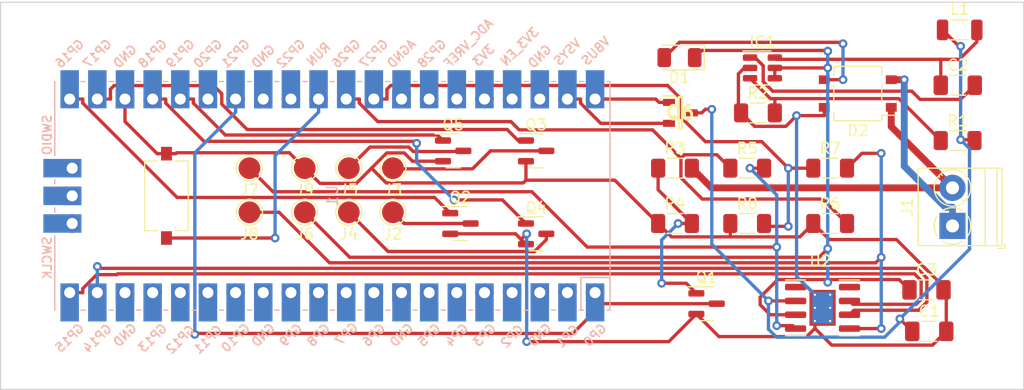
<source format=kicad_pcb>
(kicad_pcb (version 20221018) (generator pcbnew)
  (layers (0 "F.Cu" signal) (31 "B.Cu" signal) (34 "B.Paste" user) (35 "F.Paste" user) (36 "B.SilkS" user "B.Silkscreen") (37 "F.SilkS" user "F.Silkscreen") (38 "B.Mask" user) (39 "F.Mask" user) (44 "Edge.Cuts" user))
  (net 0 "")
  (net 1 "+3V3")
  (net 2 "GND")
  (net 3 "+V")
  (net 4 "Net-(J3-Pin_1)")
  (net 5 "Net-(J4-Pin_1)")
  (net 6 "Net-(J5-Pin_1)")
  (net 7 "Net-(IC1-SW)")
  (net 8 "/MOTOR_OUT_A")
  (net 9 "/MOTOR_OUT_B")
  (net 10 "Net-(Q1-G)")
  (net 11 "/GPIO21")
  (net 12 "/GPIO16")
  (net 13 "/GPIO17")
  (net 14 "/GPIO18")
  (net 15 "/GPIO19")
  (net 16 "/ADC_EMF_A")
  (net 17 "/ADC_EMF_B")
  (net 18 "Net-(IC1-BST)")
  (net 19 "/GPIO14")
  (net 20 "/GPIO15")
  (net 22 "Net-(D1-A)")
  (net 23 "Net-(IC1-FB)")
  (net 24 "Net-(J2-Pin_1)")
  (net 25 "Net-(U1-RUN)")
  (net 50 "/VSYS")
  (net 56 "unconnected-(Q6-Pad1)")
  (net 58 "Net-(J1-Pin_2)")
  (net 59 "Net-(J1-Pin_1)")
  (footprint "Resistor_SMD:R_1206_3216Metric_Pad1.30x1.75mm_HandSolder" (layer "F.Cu") (at 168.63 58.42)
    (fp_text reference "R2")
    (fp_text value "22k1")
  )
  (footprint "Capacitor_SMD:C_1206_3216Metric_Pad1.33x1.80mm_HandSolder" (layer "F.Cu") (at 184.3655 78.486)
    (fp_text reference "C1")
    (fp_text value "10u")
  )
  (footprint "Diode_SMD:D_1206_3216Metric" (layer "F.Cu") (at 161.42 53.34 180)
    (fp_text reference "D1")
    (fp_text value "CUHS20F30")
  )
  (footprint "Resistor_SMD:R_1206_3216Metric_Pad1.30x1.75mm_HandSolder" (layer "F.Cu") (at 161.01 68.58)
    (fp_text reference "R4")
    (fp_text value "6k8")
  )
  (footprint "Package_TO_SOT_SMD:SOT-23" (layer "F.Cu") (at 140.6375 61.91)
    (fp_text reference "Q5")
    (fp_text value "T2N7002BK")
  )
  (footprint "Package_TO_SOT_SMD:SOT-23" (layer "F.Cu") (at 163.9085 75.946)
    (fp_text reference "Q1")
    (fp_text value "T2N7002BK")
  )
  (footprint "TestPoint:TestPoint_Pad_D2.0mm" (layer "F.Cu") (at 121.92 63.5 180)
    (fp_text reference "J7")
    (fp_text value "M_OUT_B")
  )
  (footprint "Capacitor_SMD:C_1206_3216Metric_Pad1.33x1.80mm_HandSolder" (layer "F.Cu") (at 186.9825 55.88)
    (fp_text reference "C2")
    (fp_text value "100n")
  )
  (footprint "Package_TO_SOT_SMD:TSOT-23-6" (layer "F.Cu") (at 169.0425 54.29)
    (fp_text reference "IC1")
    (fp_text value "AP64060QWU-7")
  )
  (footprint "TestPoint:TestPoint_Pad_D2.0mm" (layer "F.Cu") (at 127 63.5 180)
    (fp_text reference "J9")
    (fp_text value "GND")
  )
  (footprint "Package_TO_SOT_SMD:SOT-23" (layer "F.Cu") (at 148.2575 69.53)
    (fp_text reference "Q4")
    (fp_text value "T2N7002BK")
  )
  (footprint "Resistor_SMD:R_1206_3216Metric_Pad1.30x1.75mm_HandSolder" (layer "F.Cu") (at 175.26 63.5)
    (fp_text reference "R7")
    (fp_text value "6k8")
  )
  (footprint "Resistor_SMD:R_1206_3216Metric_Pad1.30x1.75mm_HandSolder" (layer "F.Cu") (at 167.64 63.5)
    (fp_text reference "R5")
    (fp_text value "6k8")
  )
  (footprint "RP2040-Decoder_Additional_Footprints:SOIC-8-1EP_3.9x4.9mm_P1.27mm_EP2.41x3.3mm_ThermalVias" (layer "F.Cu") (at 174.563 76.327)
    (fp_text reference "U2")
    (fp_text value "BDR6133")
  )
  (footprint "TerminalBlock_Phoenix:TerminalBlock_Phoenix_PT-1,5-2-3.5-H_1x02_P3.50mm_Horizontal" (layer "F.Cu") (at 186.498 68.806 90)
    (fp_text reference "J1")
    (fp_text value "DCC")
  )
  (footprint "TestPoint:TestPoint_Pad_D2.0mm" (layer "F.Cu") (at 131.05 63.5 180)
    (fp_text reference "J5")
    (fp_text value "3")
  )
  (footprint "Resistor_SMD:R_1206_3216Metric_Pad1.30x1.75mm_HandSolder" (layer "F.Cu") (at 175.26 68.58)
    (fp_text reference "R6")
    (fp_text value "1k")
  )
  (footprint "Resistor_SMD:R_1206_3216Metric_Pad1.30x1.75mm_HandSolder" (layer "F.Cu") (at 167.64 68.58)
    (fp_text reference "R8")
    (fp_text value "1k")
  )
  (footprint "Resistor_SMD:R_1206_3216Metric_Pad1.30x1.75mm_HandSolder" (layer "F.Cu") (at 161.01 63.5)
    (fp_text reference "R3")
    (fp_text value "6k8")
  )
  (footprint "Capacitor_SMD:C_1206_3216Metric_Pad1.33x1.80mm_HandSolder" (layer "F.Cu") (at 184.1115 74.676)
    (fp_text reference "C3")
    (fp_text value "2.2uF/25V")
  )
  (footprint "TestPoint:TestPoint_Pad_D2.0mm" (layer "F.Cu") (at 127 67.55 180)
    (fp_text reference "J6")
    (fp_text value "+V")
  )
  (footprint "TestPoint:TestPoint_Pad_D2.0mm" (layer "F.Cu") (at 121.92 67.55 180)
    (fp_text reference "J8")
    (fp_text value "M_OUT_A")
  )
  (footprint "Package_TO_SOT_SMD:SOT-23" (layer "F.Cu") (at 141.3025 68.58)
    (fp_text reference "Q2")
    (fp_text value "T2N7002BK")
  )
  (footprint "TestPoint:TestPoint_Pad_D2.0mm" (layer "F.Cu") (at 135.1 63.5 180)
    (fp_text reference "J3")
    (fp_text value "1")
  )
  (footprint "Package_TO_SOT_SMD:TO-269AA" (layer "F.Cu") (at 177.8 56.642 180)
    (fp_text reference "D2")
    (fp_text value "KMB24F")
  )
  (footprint "Inductor_SMD:L_1206_3216Metric" (layer "F.Cu") (at 187.16 50.8)
    (fp_text reference "L1")
    (fp_text value "10uH")
  )
  (footprint "Button_Switch_SMD:SW_Tactile_SPST_NO_Straight_CK_PTS636Sx25SMTRLFS" (layer "F.Cu") (at 114.3 66.04 90)
    (fp_text reference "SW1" hide)
    (fp_text value "SW_Push" hide)
  )
  (footprint "TestPoint:TestPoint_Pad_D2.0mm" (layer "F.Cu") (at 131.05 67.55 180)
    (fp_text reference "J4")
    (fp_text value "2")
  )
  (footprint "Package_TO_SOT_SMD:SOT-23" (layer "F.Cu") (at 148.2575 61.91)
    (fp_text reference "Q3")
    (fp_text value "T2N7002BK")
  )
  (footprint "Resistor_SMD:R_1206_3216Metric_Pad1.30x1.75mm_HandSolder" (layer "F.Cu") (at 186.97 60.96)
    (fp_text reference "R1")
    (fp_text value "69k8")
  )
  (footprint "DMG2305UX-7:SOT96P240X110-3N" (layer "F.Cu") (at 161.51 58.42)
    (fp_text reference "Q6")
    (fp_text value "DMG2305UX-7" hide)
  )
  (footprint "TestPoint:TestPoint_Pad_D2.0mm" (layer "F.Cu") (at 135.1 67.55 180)
    (fp_text reference "J2")
    (fp_text value "0")
  )
  (footprint "MCU_RaspberryPi_and_Boards:RP2040Pico" (layer "B.Cu") (at 129.54 66.04 90)
    (fp_text reference "U1")
    (fp_text value "Pico")
  )
  (gr_line (start 193.04 83.82) (end 99.06 83.82) (stroke (width 0.1)) (layer "Edge.Cuts"))
  (gr_line (start 99.06 83.82) (end 99.06 48.26) (stroke (width 0.1)) (layer "Edge.Cuts"))
  (gr_line (start 193.04 48.26) (end 193.04 83.82) (stroke (width 0.1)) (layer "Edge.Cuts"))
  (gr_line (start 99.06 48.26) (end 193.04 48.26) (stroke (width 0.1)) (layer "Edge.Cuts"))
  (segment (start 164.3907 58.0929) (end 163.7914 58.0929) (width 0.3048) (layer "F.Cu") (net 1))
  (segment (start 185.585 50.8) (end 187.0787 52.2937) (width 0.3048) (layer "F.Cu") (net 1))
  (segment (start 172.088 75.692) (end 169.594 75.692) (width 0.3048) (layer "F.Cu") (net 1))
  (segment (start 188.4442 60.8842) (end 188.52 60.96) (width 0.3048) (layer "F.Cu") (net 1))
  (segment (start 163.7914 58.0929) (end 163.4643 58.42) (width 0.3048) (layer "F.Cu") (net 1))
  (segment (start 162.56 58.42) (end 163.4643 58.42) (width 0.3048) (layer "F.Cu") (net 1))
  (segment (start 182.803 78.486) (end 181.6612 77.3442) (width 0.3048) (layer "F.Cu") (net 1))
  (segment (start 187.0787 52.2937) (end 187.2464 52.2937) (width 0.3048) (layer "F.Cu") (net 1))
  (segment (start 187.2464 60.8842) (end 188.4442 60.8842) (width 0.3048) (layer "F.Cu") (net 1))
  (via (at 187.2464 52.2937) (size 0.8) (drill 0.4) (layers "F.Cu" "B.Cu") (net 1))
  (via (at 169.594 75.692) (size 0.8) (drill 0.4) (layers "F.Cu" "B.Cu") (net 1))
  (via (at 187.2464 60.8842) (size 0.8) (drill 0.4) (layers "F.Cu" "B.Cu") (net 1))
  (via (at 181.6612 77.3442) (size 0.8) (drill 0.4) (layers "F.Cu" "B.Cu") (net 1))
  (via (at 164.3907 58.0929) (size 0.8) (drill 0.4) (layers "F.Cu" "B.Cu") (net 1))
  (segment (start 164.3907 70.4887) (end 164.3907 58.0929) (width 0.3048) (layer "B.Cu") (net 1))
  (segment (start 169.594 78.289) (end 169.594 75.692) (width 0.3048) (layer "B.Cu") (net 1))
  (segment (start 188.0612 61.699) (end 188.0612 70.9442) (width 0.3048) (layer "B.Cu") (net 1))
  (segment (start 188.0612 70.9442) (end 181.6612 77.3442) (width 0.3048) (layer "B.Cu") (net 1))
  (segment (start 170.3263 79.0213) (end 169.594 78.289) (width 0.3048) (layer "B.Cu") (net 1))
  (segment (start 187.2464 60.8842) (end 187.2464 52.2937) (width 0.3048) (layer "B.Cu") (net 1))
  (segment (start 181.6612 77.6291) (end 180.269 79.0213) (width 0.3048) (layer "B.Cu") (net 1))
  (segment (start 169.594 75.692) (end 164.3907 70.4887) (width 0.3048) (layer "B.Cu") (net 1))
  (segment (start 187.2464 60.8842) (end 188.0612 61.699) (width 0.3048) (layer "B.Cu") (net 1))
  (segment (start 180.269 79.0213) (end 170.3263 79.0213) (width 0.3048) (layer "B.Cu") (net 1))
  (segment (start 181.6612 77.3442) (end 181.6612 77.6291) (width 0.3048) (layer "B.Cu") (net 1))
  (segment (start 185.674 74.3792) (end 181.3474 70.0526) (width 0.3048) (layer "F.Cu") (net 2))
  (segment (start 147.0658 64.8543) (end 147.32 64.6001) (width 0.3048) (layer "F.Cu") (net 2))
  (segment (start 134.4869 64.8543) (end 147.0658 64.8543) (width 0.3048) (layer "F.Cu") (net 2))
  (segment (start 146.8779 70.0378) (end 147.32 70.48) (width 0.3048) (layer "F.Cu") (net 2))
  (segment (start 110.49 57.15) (end 110.49 59.2093) (width 0.3048) (layer "F.Cu") (net 2))
  (segment (start 168.3164 59.6564) (end 167.08 58.42) (width 0.3048) (layer "F.Cu") (net 2))
  (segment (start 173.863 78.2154) (end 175.3968 79.7492) (width 0.3048) (layer "F.Cu") (net 2))
  (segment (start 173.71 68.58) (end 172.4797 69.8103) (width 0.3048) (layer "F.Cu") (net 2))
  (segment (start 146.37 69.53) (end 146.8779 70.0378) (width 0.3048) (layer "F.Cu") (net 2))
  (segment (start 162.971 76.896) (end 160.4359 79.4311) (width 0.3048) (layer "F.Cu") (net 2))
  (segment (start 174.725 58.6663) (end 174.7206 58.6707) (width 0.3048) (layer "F.Cu") (net 2))
  (segment (start 173.158 74.422) (end 172.088 74.422) (width 0.3048) (layer "F.Cu") (net 2))
  (segment (start 160.6903 69.8103) (end 159.46 68.58) (width 0.3048) (layer "F.Cu") (net 2))
  (segment (start 174.725 57.912) (end 174.725 58.6663) (width 0.3048) (layer "F.Cu") (net 2))
  (segment (start 166.09 68.58) (end 166.09 69.8103) (width 0.3048) (layer "F.Cu") (net 2))
  (segment (start 171.1897 59.6564) (end 168.3164 59.6564) (width 0.3048) (layer "F.Cu") (net 2))
  (segment (start 172.4797 69.8103) (end 166.09 69.8103) (width 0.3048) (layer "F.Cu") (net 2))
  (segment (start 172.1754 58.6707) (end 171.1897 59.6564) (width 0.3048) (layer "F.Cu") (net 2))
  (segment (start 166.8344 58.1744) (end 167.08 58.42) (width 0.3048) (layer "F.Cu") (net 2))
  (segment (start 133.1343 63.5017) (end 134.4869 64.8543) (width 0.3048) (layer "F.Cu") (net 2))
  (segment (start 114.3 62.165) (end 115.1543 62.165) (width 0.3048) (layer "F.Cu") (net 2))
  (segment (start 115.2371 62.0822) (end 115.1543 62.165) (width 0.3048) (layer "F.Cu") (net 2))
  (segment (start 136.137 62.0994) (end 136.8976 62.86) (width 0.3048) (layer "F.Cu") (net 2))
  (segment (start 147.32 64.6001) (end 147.32 62.86) (width 0.3048) (layer "F.Cu") (net 2))
  (segment (start 140.365 69.53) (end 146.37 69.53) (width 0.3048) (layer "F.Cu") (net 2))
  (segment (start 131.7389 64.8971) (end 133.1343 63.5017) (width 0.3048) (layer "F.Cu") (net 2))
  (segment (start 113.8729 62.165) (end 114.3 62.165) (width 0.3048) (layer "F.Cu") (net 2))
  (segment (start 185.674 74.676) (end 185.674 74.3792) (width 0.3048) (layer "F.Cu") (net 2))
  (segment (start 125.5822 62.0822) (end 115.2371 62.0822) (width 0.3048) (layer "F.Cu") (net 2))
  (segment (start 167.905 54.29) (end 167.3712 54.29) (width 0.3048) (layer "F.Cu") (net 2))
  (segment (start 175.3968 79.7492) (end 184.6648 79.7492) (width 0.3048) (layer "F.Cu") (net 2))
  (segment (start 110.49 59.2093) (end 113.4457 62.165) (width 0.3048) (layer "F.Cu") (net 2))
  (segment (start 146.8779 70.0378) (end 147.3857 69.53) (width 0.3048) (layer "F.Cu") (net 2))
  (segment (start 173.863 78.2154) (end 173.863 77.527) (width 0.3048) (layer "F.Cu") (net 2))
  (segment (start 165.0422 78.9672) (end 162.971 76.896) (width 0.3048) (layer "F.Cu") (net 2))
  (segment (start 173.863 78.2154) (end 173.1112 78.9672) (width 0.3048) (layer "F.Cu") (net 2))
  (segment (start 185.928 74.93) (end 185.674 74.676) (width 0.3048) (layer "F.Cu") (net 2))
  (segment (start 167.3712 54.29) (end 166.8344 54.8268) (width 0.3048) (layer "F.Cu") (net 2))
  (segment (start 127 63.5) (end 128.3971 64.8971) (width 0.3048) (layer "F.Cu") (net 2))
  (segment (start 128.3971 64.8971) (end 131.7389 64.8971) (width 0.3048) (layer "F.Cu") (net 2))
  (segment (start 174.7206 58.6707) (end 172.1754 58.6707) (width 0.3048) (layer "F.Cu") (net 2))
  (segment (start 147.32 64.6001) (end 155.4801 64.6001) (width 0.3048) (layer "F.Cu") (net 2))
  (segment (start 113.8729 62.165) (end 113.4457 62.165) (width 0.3048) (layer "F.Cu") (net 2))
  (segment (start 155.4801 64.6001) (end 159.46 68.58) (width 0.3048) (layer "F.Cu") (net 2))
  (segment (start 166.8344 54.8268) (end 166.8344 58.1744) (width 0.3048) (layer "F.Cu") (net 2))
  (segment (start 173.863 75.127) (end 173.158 74.422) (width 0.3048) (layer "F.Cu") (net 2))
  (segment (start 160.4359 79.4311) (end 147.3857 79.4311) (width 0.3048) (layer "F.Cu") (net 2))
  (segment (start 133.1343 63.5017) (end 134.5366 62.0994) (width 0.3048) (layer "F.Cu") (net 2))
  (segment (start 175.1826 70.0526) (end 173.71 68.58) (width 0.3048) (layer "F.Cu") (net 2))
  (segment (start 184.6648 79.7492) (end 185.928 78.486) (width 0.3048) (layer "F.Cu") (net 2))
  (segment (start 175.263 76.327) (end 174.563 76.327) (width 0.3048) (layer "F.Cu") (net 2))
  (segment (start 166.09 69.8103) (end 160.6903 69.8103) (width 0.3048) (layer "F.Cu") (net 2))
  (segment (start 174.563 76.327) (end 173.863 76.327) (width 0.3048) (layer "F.Cu") (net 2))
  (segment (start 127 63.5) (end 125.5822 62.0822) (width 0.3048) (layer "F.Cu") (net 2))
  (segment (start 181.3474 70.0526) (end 175.1826 70.0526) (width 0.3048) (layer "F.Cu") (net 2))
  (segment (start 134.5366 62.0994) (end 136.137 62.0994) (width 0.3048) (layer "F.Cu") (net 2))
  (segment (start 136.8976 62.86) (end 139.7 62.86) (width 0.3048) (layer "F.Cu") (net 2))
  (segment (start 185.928 78.486) (end 185.928 74.93) (width 0.3048) (layer "F.Cu") (net 2))
  (segment (start 173.1112 78.9672) (end 165.0422 78.9672) (width 0.3048) (layer "F.Cu") (net 2))
  (via (at 172.1754 58.6707) (size 0.8) (drill 0.4) (layers "F.Cu" "B.Cu") (net 2))
  (via (at 147.3857 69.53) (size 0.8) (drill 0.4) (layers "F.Cu" "B.Cu") (net 2))
  (via (at 147.3857 79.4311) (size 0.8) (drill 0.4) (layers "F.Cu" "B.Cu") (net 2))
  (segment (start 175.263 77.527) (end 175.263 76.327) (width 0.3048) (layer "B.Cu") (net 2))
  (segment (start 172.1754 73.4394) (end 172.1754 58.6707) (width 0.3048) (layer "B.Cu") (net 2))
  (segment (start 173.863 77.527) (end 173.863 76.327) (width 0.3048) (layer "B.Cu") (net 2))
  (segment (start 174.563 76.327) (end 173.863 76.327) (width 0.3048) (layer "B.Cu") (net 2))
  (segment (start 173.863 76.327) (end 173.863 75.127) (width 0.3048) (layer "B.Cu") (net 2))
  (segment (start 175.263 75.127) (end 175.263 76.327) (width 0.3048) (layer "B.Cu") (net 2))
  (segment (start 173.863 75.127) (end 172.1754 73.4394) (width 0.3048) (layer "B.Cu") (net 2))
  (segment (start 147.3857 69.53) (end 147.3857 79.4311) (width 0.3048) (layer "B.Cu") (net 2))
  (segment (start 182.549 74.676) (end 181.6019 73.7289) (width 0.3048) (layer "F.Cu") (net 3))
  (segment (start 181.6019 73.7289) (end 175.0389 73.7289) (width 0.3048) (layer "F.Cu") (net 3))
  (segment (start 170.18 54.29) (end 175.0389 54.29) (width 0.3048) (layer "F.Cu") (net 3))
  (segment (start 174.9761 52.6851) (end 175.0389 52.7479) (width 0.3048) (layer "F.Cu") (net 3))
  (segment (start 175.0389 73.7289) (end 170.4502 73.7289) (width 0.3048) (layer "F.Cu") (net 3))
  (segment (start 170.4502 73.7289) (end 168.8305 75.3486) (width 0.3048) (layer "F.Cu") (net 3))
  (segment (start 127 67.55) (end 131.1338 71.6838) (width 0.3048) (layer "F.Cu") (net 3))
  (segment (start 169.7513 76.962) (end 172.088 76.962) (width 0.3048) (layer "F.Cu") (net 3))
  (segment (start 174.247 71.6838) (end 175.0389 70.8919) (width 0.3048) (layer "F.Cu") (net 3))
  (segment (start 168.8305 75.3486) (end 168.8305 76.0412) (width 0.3048) (layer "F.Cu") (net 3))
  (segment (start 163.4749 52.6851) (end 174.9761 52.6851) (width 0.3048) (layer "F.Cu") (net 3))
  (segment (start 168.8305 76.0412) (end 169.7513 76.962) (width 0.3048) (layer "F.Cu") (net 3))
  (segment (start 175.0389 73.7289) (end 175.0389 73.9813) (width 0.3048) (layer "F.Cu") (net 3))
  (segment (start 170.18 54.29) (end 170.18 55.24) (width 0.3048) (layer "F.Cu") (net 3))
  (segment (start 162.82 53.34) (end 163.4749 52.6851) (width 0.3048) (layer "F.Cu") (net 3))
  (segment (start 131.1338 71.6838) (end 174.247 71.6838) (width 0.3048) (layer "F.Cu") (net 3))
  (via (at 175.0389 54.29) (size 0.8) (drill 0.4) (layers "F.Cu" "B.Cu") (net 3))
  (via (at 175.0389 52.7479) (size 0.8) (drill 0.4) (layers "F.Cu" "B.Cu") (net 3))
  (via (at 175.0389 70.8919) (size 0.8) (drill 0.4) (layers "F.Cu" "B.Cu") (net 3))
  (via (at 175.0389 73.9813) (size 0.8) (drill 0.4) (layers "F.Cu" "B.Cu") (net 3))
  (segment (start 175.0389 70.8919) (end 175.0389 73.9813) (width 0.3048) (layer "B.Cu") (net 3))
  (segment (start 175.0389 70.8919) (end 175.0389 54.29) (width 0.3048) (layer "B.Cu") (net 3))
  (segment (start 175.0389 54.29) (end 175.0389 52.7479) (width 0.3048) (layer "B.Cu") (net 3))
  (segment (start 135.1628 63.5628) (end 135.1 63.5) (width 0.3048) (layer "F.Cu") (net 4))
  (segment (start 149.195 61.91) (end 144.0621 61.91) (width 0.3048) (layer "F.Cu") (net 4))
  (segment (start 144.0621 61.91) (end 142.4093 63.5628) (width 0.3048) (layer "F.Cu") (net 4))
  (segment (start 142.4093 63.5628) (end 135.1628 63.5628) (width 0.3048) (layer "F.Cu") (net 4))
  (segment (start 148.1062 71.1528) (end 134.6528 71.1528) (width 0.3048) (layer "F.Cu") (net 5))
  (segment (start 149.195 69.53) (end 149.195 70.064) (width 0.3048) (layer "F.Cu") (net 5))
  (segment (start 149.195 70.064) (end 148.1062 71.1528) (width 0.3048) (layer "F.Cu") (net 5))
  (segment (start 134.6528 71.1528) (end 131.05 67.55) (width 0.3048) (layer "F.Cu") (net 5))
  (segment (start 132.9913 61.5587) (end 136.5585 61.5587) (width 0.3048) (layer "F.Cu") (net 6))
  (segment (start 131.05 63.5) (end 132.9913 61.5587) (width 0.3048) (layer "F.Cu") (net 6))
  (segment (start 141.5164 61.9686) (end 141.575 61.91) (width 0.3048) (layer "F.Cu") (net 6))
  (segment (start 136.5585 61.5587) (end 136.9684 61.9686) (width 0.3048) (layer "F.Cu") (net 6))
  (segment (start 136.9684 61.9686) (end 141.5164 61.9686) (width 0.3048) (layer "F.Cu") (net 6))
  (segment (start 188.735 51.9031) (end 188.735 50.8) (width 0.3048) (layer "F.Cu") (net 7))
  (segment (start 185.42 55.88) (end 185.42 53.5022) (width 0.3048) (layer "F.Cu") (net 7))
  (segment (start 170.3422 53.5022) (end 185.42 53.5022) (width 0.3048) (layer "F.Cu") (net 7))
  (segment (start 185.42 53.5022) (end 187.1359 53.5022) (width 0.3048) (layer "F.Cu") (net 7))
  (segment (start 170.18 53.34) (end 170.3422 53.5022) (width 0.3048) (layer "F.Cu") (net 7))
  (segment (start 187.1359 53.5022) (end 188.735 51.9031) (width 0.3048) (layer "F.Cu") (net 7))
  (segment (start 147.8616 65.6619) (end 124.0819 65.6619) (width 0.3048) (layer "F.Cu") (net 8))
  (segment (start 170.354 70.747) (end 152.9467 70.747) (width 0.3048) (layer "F.Cu") (net 8))
  (segment (start 124.0819 65.6619) (end 121.92 63.5) (width 0.3048) (layer "F.Cu") (net 8))
  (segment (start 169.19 63.5) (end 167.8952 63.5) (width 0.3048) (layer "F.Cu") (net 8))
  (segment (start 171.8206 77.9646) (end 172.088 78.232) (width 0.3048) (layer "F.Cu") (net 8))
  (segment (start 152.9467 70.747) (end 147.8616 65.6619) (width 0.3048) (layer "F.Cu") (net 8))
  (segment (start 170.354 77.9646) (end 171.8206 77.9646) (width 0.3048) (layer "F.Cu") (net 8))
  (via (at 170.354 77.9646) (size 0.8) (drill 0.4) (layers "F.Cu" "B.Cu") (net 8))
  (via (at 170.354 70.747) (size 0.8) (drill 0.4) (layers "F.Cu" "B.Cu") (net 8))
  (via (at 167.8952 63.5) (size 0.8) (drill 0.4) (layers "F.Cu" "B.Cu") (net 8))
  (segment (start 170.354 70.747) (end 170.354 65.9588) (width 0.3048) (layer "B.Cu") (net 8))
  (segment (start 170.354 65.9588) (end 167.8952 63.5) (width 0.3048) (layer "B.Cu") (net 8))
  (segment (start 170.354 77.9646) (end 170.354 70.747) (width 0.3048) (layer "B.Cu") (net 8))
  (segment (start 179.446 72.1905) (end 179.9527 71.6838) (width 0.3048) (layer "F.Cu") (net 9))
  (segment (start 177.038 78.232) (end 179.9527 78.232) (width 0.3048) (layer "F.Cu") (net 9))
  (segment (start 176.81 63.5) (end 178.1755 62.1345) (width 0.3048) (layer "F.Cu") (net 9))
  (segment (start 178.1755 62.1345) (end 179.9527 62.1345) (width 0.3048) (layer "F.Cu") (net 9))
  (segment (start 124.6422 67.55) (end 129.2827 72.1905) (width 0.3048) (layer "F.Cu") (net 9))
  (segment (start 129.2827 72.1905) (end 179.446 72.1905) (width 0.3048) (layer "F.Cu") (net 9))
  (segment (start 121.92 67.55) (end 124.6422 67.55) (width 0.3048) (layer "F.Cu") (net 9))
  (via (at 179.9527 71.6838) (size 0.8) (drill 0.4) (layers "F.Cu" "B.Cu") (net 9))
  (via (at 179.9527 78.232) (size 0.8) (drill 0.4) (layers "F.Cu" "B.Cu") (net 9))
  (via (at 179.9527 62.1345) (size 0.8) (drill 0.4) (layers "F.Cu" "B.Cu") (net 9))
  (segment (start 179.9527 62.1345) (end 179.9527 71.6838) (width 0.3048) (layer "B.Cu") (net 9))
  (segment (start 179.9527 71.6838) (end 179.9527 78.232) (width 0.3048) (layer "B.Cu") (net 9))
  (segment (start 159.46 65.48) (end 162.56 68.58) (width 0.3048) (layer "F.Cu") (net 10))
  (segment (start 162.0448 74.0698) (end 159.7851 74.0698) (width 0.3048) (layer "F.Cu") (net 10))
  (segment (start 159.46 63.5) (end 159.46 65.48) (width 0.3048) (layer "F.Cu") (net 10))
  (segment (start 162.971 74.996) (end 162.0448 74.0698) (width 0.3048) (layer "F.Cu") (net 10))
  (segment (start 162.56 68.58) (end 161.297 68.58) (width 0.3048) (layer "F.Cu") (net 10))
  (via (at 161.297 68.58) (size 0.8) (drill 0.4) (layers "F.Cu" "B.Cu") (net 10))
  (via (at 159.7851 74.0698) (size 0.8) (drill 0.4) (layers "F.Cu" "B.Cu") (net 10))
  (segment (start 161.297 68.58) (end 159.7851 70.0919) (width 0.3048) (layer "B.Cu") (net 10))
  (segment (start 159.7851 70.0919) (end 159.7851 74.0698) (width 0.3048) (layer "B.Cu") (net 10))
  (segment (start 164.846 75.946) (end 154.3572 75.946) (width 0.3048) (layer "F.Cu") (net 11))
  (segment (start 151.6264 78.6768) (end 116.9922 78.6768) (width 0.3048) (layer "F.Cu") (net 11))
  (segment (start 154.3572 75.946) (end 151.6264 78.6768) (width 0.3048) (layer "F.Cu") (net 11))
  (segment (start 116.9922 78.6768) (end 116.9057 78.7633) (width 0.3048) (layer "F.Cu") (net 11))
  (via (at 116.9057 78.7633) (size 0.8) (drill 0.4) (layers "F.Cu" "B.Cu") (net 11))
  (segment (start 120.65 58.3543) (end 116.9057 62.0986) (width 0.3048) (layer "B.Cu") (net 11))
  (segment (start 120.65 57.15) (end 120.65 58.3543) (width 0.3048) (layer "B.Cu") (net 11))
  (segment (start 116.9057 62.0986) (end 116.9057 78.7633) (width 0.3048) (layer "B.Cu") (net 11))
  (segment (start 106.6143 57.5243) (end 106.6143 57.15) (width 0.3048) (layer "F.Cu") (net 12))
  (segment (start 105.41 57.15) (end 106.6143 57.15) (width 0.3048) (layer "F.Cu") (net 12))
  (segment (start 138.9237 66.1887) (end 115.2787 66.1887) (width 0.3048) (layer "F.Cu") (net 12))
  (segment (start 115.2787 66.1887) (end 106.6143 57.5243) (width 0.3048) (layer "F.Cu") (net 12))
  (segment (start 140.365 67.63) (end 138.9237 66.1887) (width 0.3048) (layer "F.Cu") (net 12))
  (segment (start 109.1543 56.2468) (end 109.1543 57.15) (width 0.3048) (layer "F.Cu") (net 13))
  (segment (start 147.32 60.96) (end 146.6035 60.96) (width 0.3048) (layer "F.Cu") (net 13))
  (segment (start 121.7131 59.9466) (end 119.38 57.6135) (width 0.3048) (layer "F.Cu") (net 13))
  (segment (start 119.38 57.6135) (end 119.38 56.6629) (width 0.3048) (layer "F.Cu") (net 13))
  (segment (start 107.95 57.15) (end 109.1543 57.15) (width 0.3048) (layer "F.Cu") (net 13))
  (segment (start 118.6295 55.9124) (end 109.4887 55.9124) (width 0.3048) (layer "F.Cu") (net 13))
  (segment (start 145.5901 59.9466) (end 121.7131 59.9466) (width 0.3048) (layer "F.Cu") (net 13))
  (segment (start 119.38 56.6629) (end 118.6295 55.9124) (width 0.3048) (layer "F.Cu") (net 13))
  (segment (start 109.4887 55.9124) (end 109.1543 56.2468) (width 0.3048) (layer "F.Cu") (net 13))
  (segment (start 146.6035 60.96) (end 145.5901 59.9466) (width 0.3048) (layer "F.Cu") (net 13))
  (segment (start 114.2343 57.5243) (end 117.7439 61.0339) (width 0.3048) (layer "F.Cu") (net 14))
  (segment (start 117.7439 61.0339) (end 137.1004 61.0339) (width 0.3048) (layer "F.Cu") (net 14))
  (segment (start 113.03 57.15) (end 114.2343 57.15) (width 0.3048) (layer "F.Cu") (net 14))
  (segment (start 114.2343 57.15) (end 114.2343 57.5243) (width 0.3048) (layer "F.Cu") (net 14))
  (segment (start 147.32 68.58) (end 145.1562 66.4162) (width 0.3048) (layer "F.Cu") (net 14))
  (segment (start 137.1004 61.0339) (end 137.2785 61.212) (width 0.3048) (layer "F.Cu") (net 14))
  (segment (start 145.1562 66.4162) (end 140.7181 66.4162) (width 0.3048) (layer "F.Cu") (net 14))
  (via (at 137.2785 61.212) (size 0.8) (drill 0.4) (layers "F.Cu" "B.Cu") (net 14))
  (via (at 140.7181 66.4162) (size 0.8) (drill 0.4) (layers "F.Cu" "B.Cu") (net 14))
  (segment (start 140.7181 66.4162) (end 137.2785 62.9766) (width 0.3048) (layer "B.Cu") (net 14))
  (segment (start 137.2785 62.9766) (end 137.2785 61.212) (width 0.3048) (layer "B.Cu") (net 14))
  (segment (start 139.1933 60.4533) (end 119.7013 60.4533) (width 0.3048) (layer "F.Cu") (net 15))
  (segment (start 139.7 60.96) (end 139.1933 60.4533) (width 0.3048) (layer "F.Cu") (net 15))
  (segment (start 116.7743 57.5263) (end 116.7743 57.15) (width 0.3048) (layer "F.Cu") (net 15))
  (segment (start 119.7013 60.4533) (end 116.7743 57.5263) (width 0.3048) (layer "F.Cu") (net 15))
  (segment (start 115.57 57.15) (end 116.7743 57.15) (width 0.3048) (layer "F.Cu") (net 15))
  (segment (start 130.81 57.15) (end 132.0143 57.15) (width 0.3048) (layer "F.Cu") (net 16))
  (segment (start 146.6993 59.9822) (end 145.9369 59.2198) (width 0.3048) (layer "F.Cu") (net 16))
  (segment (start 166.09 63.5) (end 164.8572 62.2672) (width 0.3048) (layer "F.Cu") (net 16))
  (segment (start 164.8572 62.2672) (end 161.8704 62.2672) (width 0.3048) (layer "F.Cu") (net 16))
  (segment (start 174.5654 66.3354) (end 176.81 68.58) (width 0.3048) (layer "F.Cu") (net 16))
  (segment (start 132.0143 57.5243) (end 132.0143 57.15) (width 0.3048) (layer "F.Cu") (net 16))
  (segment (start 163.5099 66.3354) (end 174.5654 66.3354) (width 0.3048) (layer "F.Cu") (net 16))
  (segment (start 158.9508 59.9822) (end 146.6993 59.9822) (width 0.3048) (layer "F.Cu") (net 16))
  (segment (start 161.5531 62.5845) (end 158.9508 59.9822) (width 0.3048) (layer "F.Cu") (net 16))
  (segment (start 133.7098 59.2198) (end 132.0143 57.5243) (width 0.3048) (layer "F.Cu") (net 16))
  (segment (start 161.5531 62.5845) (end 161.5531 64.3786) (width 0.3048) (layer "F.Cu") (net 16))
  (segment (start 161.8704 62.2672) (end 161.5531 62.5845) (width 0.3048) (layer "F.Cu") (net 16))
  (segment (start 145.9369 59.2198) (end 133.7098 59.2198) (width 0.3048) (layer "F.Cu") (net 16))
  (segment (start 161.5531 64.3786) (end 163.5099 66.3354) (width 0.3048) (layer "F.Cu") (net 16))
  (segment (start 171.4169 68.8421) (end 169.4521 68.8421) (width 0.3048) (layer "F.Cu") (net 17))
  (segment (start 134.5543 56.2468) (end 134.8963 55.9048) (width 0.3048) (layer "F.Cu") (net 17))
  (segment (start 161.4963 57.0764) (end 161.4963 58.758) (width 0.3048) (layer "F.Cu") (net 17))
  (segment (start 160.3247 55.9048) (end 161.4963 57.0764) (width 0.3048) (layer "F.Cu") (net 17))
  (segment (start 161.4963 58.758) (end 163.8012 61.0629) (width 0.3048) (layer "F.Cu") (net 17))
  (segment (start 169.4521 68.8421) (end 169.19 68.58) (width 0.3048) (layer "F.Cu") (net 17))
  (segment (start 168.9798 61.0629) (end 171.4169 63.5) (width 0.3048) (layer "F.Cu") (net 17))
  (segment (start 134.5543 57.15) (end 134.5543 56.2468) (width 0.3048) (layer "F.Cu") (net 17))
  (segment (start 133.35 57.15) (end 134.5543 57.15) (width 0.3048) (layer "F.Cu") (net 17))
  (segment (start 134.8963 55.9048) (end 160.3247 55.9048) (width 0.3048) (layer "F.Cu") (net 17))
  (segment (start 173.71 63.5) (end 171.4169 63.5) (width 0.3048) (layer "F.Cu") (net 17))
  (segment (start 163.8012 61.0629) (end 168.9798 61.0629) (width 0.3048) (layer "F.Cu") (net 17))
  (via (at 171.4169 68.8421) (size 0.8) (drill 0.4) (layers "F.Cu" "B.Cu") (net 17))
  (via (at 171.4169 63.5) (size 0.8) (drill 0.4) (layers "F.Cu" "B.Cu") (net 17))
  (segment (start 171.4169 68.8421) (end 171.4169 63.5) (width 0.3048) (layer "B.Cu") (net 17))
  (segment (start 169.1132 55.5564) (end 169.9826 56.4258) (width 0.3048) (layer "F.Cu") (net 18))
  (segment (start 167.905 53.34) (end 168.361 53.34) (width 0.3048) (layer "F.Cu") (net 18))
  (segment (start 182.7646 56.4258) (end 183.5194 57.1806) (width 0.3048) (layer "F.Cu") (net 18))
  (segment (start 187.2444 57.1806) (end 188.545 55.88) (width 0.3048) (layer "F.Cu") (net 18))
  (segment (start 168.361 53.34) (end 169.1132 54.0922) (width 0.3048) (layer "F.Cu") (net 18))
  (segment (start 183.5194 57.1806) (end 187.2444 57.1806) (width 0.3048) (layer "F.Cu") (net 18))
  (segment (start 169.1132 54.0922) (end 169.1132 55.5564) (width 0.3048) (layer "F.Cu") (net 18))
  (segment (start 169.9826 56.4258) (end 182.7646 56.4258) (width 0.3048) (layer "F.Cu") (net 18))
  (segment (start 108.1208 72.6972) (end 183.2489 72.6972) (width 0.3048) (layer "F.Cu") (net 19))
  (segment (start 183.2489 72.6972) (end 184.1464 73.5947) (width 0.3048) (layer "F.Cu") (net 19))
  (segment (start 183.3928 76.5477) (end 177.4523 76.5477) (width 0.3048) (layer "F.Cu") (net 19))
  (segment (start 107.95 72.5264) (end 108.1208 72.6972) (width 0.3048) (layer "F.Cu") (net 19))
  (segment (start 184.1464 75.7941) (end 183.3928 76.5477) (width 0.3048) (layer "F.Cu") (net 19))
  (segment (start 184.1464 73.5947) (end 184.1464 75.7941) (width 0.3048) (layer "F.Cu") (net 19))
  (segment (start 177.4523 76.5477) (end 177.038 76.962) (width 0.3048) (layer "F.Cu") (net 19))
  (via (at 107.95 72.5264) (size 0.8) (drill 0.4) (layers "F.Cu" "B.Cu") (net 19))
  (segment (start 107.95 74.93) (end 107.95 73.7257) (width 0.3048) (layer "B.Cu") (net 19))
  (segment (start 107.95 73.7257) (end 107.95 72.5264) (width 0.3048) (layer "B.Cu") (net 19))
  (segment (start 106.6143 74.5537) (end 106.6143 74.93) (width 0.3048) (layer "F.Cu") (net 20))
  (segment (start 109.8114 73.2055) (end 109.7362 73.2807) (width 0.3048) (layer "F.Cu") (net 20))
  (segment (start 183.6174 73.8197) (end 183.0032 73.2055) (width 0.3048) (layer "F.Cu") (net 20))
  (segment (start 183.1591 76.0003) (end 183.6174 75.542) (width 0.3048) (layer "F.Cu") (net 20))
  (segment (start 183.6174 75.542) (end 183.6174 73.8197) (width 0.3048) (layer "F.Cu") (net 20))
  (segment (start 105.41 74.93) (end 106.6143 74.93) (width 0.3048) (layer "F.Cu") (net 20))
  (segment (start 107.8873 73.2807) (end 106.6143 74.5537) (width 0.3048) (layer "F.Cu") (net 20))
  (segment (start 177.038 75.692) (end 177.3463 76.0003) (width 0.3048) (layer "F.Cu") (net 20))
  (segment (start 177.3463 76.0003) (end 183.1591 76.0003) (width 0.3048) (layer "F.Cu") (net 20))
  (segment (start 183.0032 73.2055) (end 109.8114 73.2055) (width 0.3048) (layer "F.Cu") (net 20))
  (segment (start 109.7362 73.2807) (end 107.8873 73.2807) (width 0.3048) (layer "F.Cu") (net 20))
  (segment (start 176.4415 52.0665) (end 176.3148 51.9398) (width 0.3048) (layer "F.Cu") (net 22))
  (segment (start 161.4202 51.9398) (end 160.02 53.34) (width 0.3048) (layer "F.Cu") (net 22))
  (segment (start 176.3148 51.9398) (end 161.4202 51.9398) (width 0.3048) (layer "F.Cu") (net 22))
  (segment (start 174.725 55.372) (end 176.4415 55.372) (width 0.3048) (layer "F.Cu") (net 22))
  (via (at 176.4415 55.372) (size 0.8) (drill 0.4) (layers "F.Cu" "B.Cu") (net 22))
  (via (at 176.4415 52.0665) (size 0.8) (drill 0.4) (layers "F.Cu" "B.Cu") (net 22))
  (segment (start 176.4415 52.0665) (end 176.4415 55.372) (width 0.3048) (layer "B.Cu") (net 22))
  (segment (start 181.5695 57.1095) (end 185.42 60.96) (width 0.3048) (layer "F.Cu") (net 23))
  (segment (start 170.18 57.1095) (end 170.18 58.42) (width 0.3048) (layer "F.Cu") (net 23))
  (segment (start 169.7745 57.1095) (end 170.18 57.1095) (width 0.3048) (layer "F.Cu") (net 23))
  (segment (start 170.18 57.1095) (end 181.5695 57.1095) (width 0.3048) (layer "F.Cu") (net 23))
  (segment (start 167.905 55.24) (end 169.7745 57.1095) (width 0.3048) (layer "F.Cu") (net 23))
  (segment (start 136.13 68.58) (end 142.24 68.58) (width 0.3048) (layer "F.Cu") (net 24))
  (segment (start 135.1 67.55) (end 136.13 68.58) (width 0.3048) (layer "F.Cu") (net 24))
  (segment (start 114.3 69.915) (end 124.2775 69.915) (width 0.3048) (layer "F.Cu") (net 25))
  (via (at 124.2775 69.915) (size 0.8) (drill 0.4) (layers "F.Cu" "B.Cu") (net 25))
  (segment (start 128.27 57.15) (end 128.27 58.3543) (width 0.3048) (layer "B.Cu") (net 25))
  (segment (start 128.27 58.3543) (end 124.2775 62.3468) (width 0.3048) (layer "B.Cu") (net 25))
  (segment (start 124.2775 62.3468) (end 124.2775 69.915) (width 0.3048) (layer "B.Cu") (net 25))
  (segment (start 154.188 59.38) (end 152.3343 57.5263) (width 0.3048) (layer "F.Cu") (net 50))
  (segment (start 152.3343 57.5263) (end 152.3343 57.15) (width 0.3048) (layer "F.Cu") (net 50))
  (segment (start 160.46 59.38) (end 154.188 59.38) (width 0.3048) (layer "F.Cu") (net 50))
  (segment (start 151.13 57.15) (end 152.3343 57.15) (width 0.3048) (layer "F.Cu") (net 50))
  (segment (start 153.67 57.15) (end 159.2457 57.15) (width 0.3048) (layer "F.Cu") (net 56))
  (segment (start 160.46 57.46) (end 159.5557 57.46) (width 0.3048) (layer "F.Cu") (net 56))
  (segment (start 159.2457 57.15) (end 159.5557 57.46) (width 0.3048) (layer "F.Cu") (net 56))
  (segment (start 180.875 57.912) (end 180.875 59.683) (width 0.635) (layer "F.Cu") (net 58))
  (segment (start 180.875 59.683) (end 186.498 65.306) (width 0.635) (layer "F.Cu") (net 58))
  (segment (start 162.56 63.5) (end 164.366 65.306) (width 0.635) (layer "F.Cu") (net 58))
  (segment (start 164.366 65.306) (end 186.498 65.306) (width 0.635) (layer "F.Cu") (net 58))
  (segment (start 180.875 55.372) (end 182.0678 55.372) (width 0.635) (layer "F.Cu") (net 59))
  (via (at 182.0678 55.372) (size 0.8) (drill 0.4) (layers "F.Cu" "B.Cu") (net 59))
  (segment (start 186.498 68.806) (end 186.498 67.0866) (width 0.635) (layer "B.Cu") (net 59))
  (segment (start 182.0678 63.3146) (end 182.0678 55.372) (width 0.635) (layer "B.Cu") (net 59))
  (segment (start 186.498 67.0866) (end 185.8398 67.0866) (width 0.635) (layer "B.Cu") (net 59))
  (segment (start 185.8398 67.0866) (end 182.0678 63.3146) (width 0.635) (layer "B.Cu") (net 59))
)
</source>
